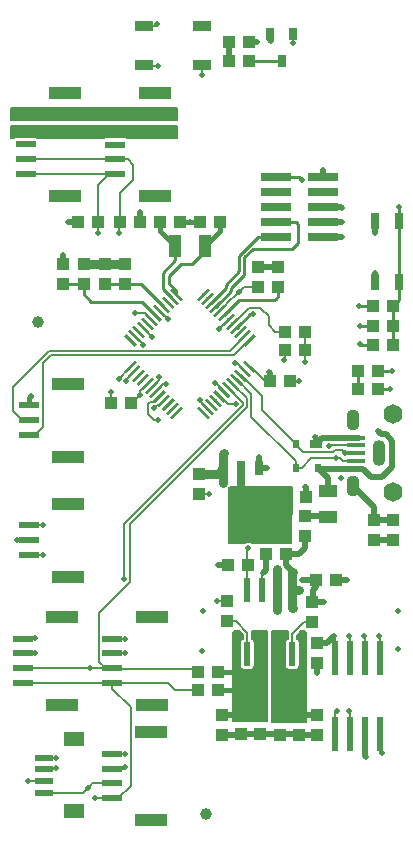
<source format=gbr>
G04 #@! TF.GenerationSoftware,KiCad,Pcbnew,(5.0.0)*
G04 #@! TF.CreationDate,2019-01-02T14:49:52-06:00*
G04 #@! TF.ProjectId,fk-sonar,666B2D736F6E61722E6B696361645F70,0.1*
G04 #@! TF.SameCoordinates,PX791ddc0PY791ddc0*
G04 #@! TF.FileFunction,Copper,L1,Top,Signal*
G04 #@! TF.FilePolarity,Positive*
%FSLAX46Y46*%
G04 Gerber Fmt 4.6, Leading zero omitted, Abs format (unit mm)*
G04 Created by KiCad (PCBNEW (5.0.0)) date 01/02/19 14:49:52*
%MOMM*%
%LPD*%
G01*
G04 APERTURE LIST*
G04 #@! TA.AperFunction,SMDPad,CuDef*
%ADD10R,0.600000X2.000000*%
G04 #@! TD*
G04 #@! TA.AperFunction,SMDPad,CuDef*
%ADD11R,1.700000X0.600000*%
G04 #@! TD*
G04 #@! TA.AperFunction,SMDPad,CuDef*
%ADD12R,2.800000X1.000000*%
G04 #@! TD*
G04 #@! TA.AperFunction,SMDPad,CuDef*
%ADD13R,2.500000X0.750000*%
G04 #@! TD*
G04 #@! TA.AperFunction,SMDPad,CuDef*
%ADD14R,0.700000X1.450000*%
G04 #@! TD*
G04 #@! TA.AperFunction,SMDPad,CuDef*
%ADD15R,1.000000X1.100000*%
G04 #@! TD*
G04 #@! TA.AperFunction,SMDPad,CuDef*
%ADD16R,1.100000X1.000000*%
G04 #@! TD*
G04 #@! TA.AperFunction,SMDPad,CuDef*
%ADD17R,1.500000X1.000000*%
G04 #@! TD*
G04 #@! TA.AperFunction,SMDPad,CuDef*
%ADD18C,0.250000*%
G04 #@! TD*
G04 #@! TA.AperFunction,Conductor*
%ADD19C,0.100000*%
G04 #@! TD*
G04 #@! TA.AperFunction,SMDPad,CuDef*
%ADD20R,1.100000X1.900000*%
G04 #@! TD*
G04 #@! TA.AperFunction,SMDPad,CuDef*
%ADD21R,0.650000X1.050000*%
G04 #@! TD*
G04 #@! TA.AperFunction,SMDPad,CuDef*
%ADD22R,1.500000X0.900000*%
G04 #@! TD*
G04 #@! TA.AperFunction,SMDPad,CuDef*
%ADD23R,0.600000X3.000000*%
G04 #@! TD*
G04 #@! TA.AperFunction,SMDPad,CuDef*
%ADD24R,1.000000X0.700000*%
G04 #@! TD*
G04 #@! TA.AperFunction,SMDPad,CuDef*
%ADD25R,0.600000X0.700000*%
G04 #@! TD*
G04 #@! TA.AperFunction,ComponentPad*
%ADD26O,1.600000X1.651000*%
G04 #@! TD*
G04 #@! TA.AperFunction,SMDPad,CuDef*
%ADD27R,1.500000X0.450000*%
G04 #@! TD*
G04 #@! TA.AperFunction,ComponentPad*
%ADD28O,1.100000X1.800000*%
G04 #@! TD*
G04 #@! TA.AperFunction,ComponentPad*
%ADD29O,1.100000X2.200000*%
G04 #@! TD*
G04 #@! TA.AperFunction,SMDPad,CuDef*
%ADD30R,1.550000X0.600000*%
G04 #@! TD*
G04 #@! TA.AperFunction,SMDPad,CuDef*
%ADD31R,1.800000X1.200000*%
G04 #@! TD*
G04 #@! TA.AperFunction,BGAPad,CuDef*
%ADD32C,1.000000*%
G04 #@! TD*
G04 #@! TA.AperFunction,SMDPad,CuDef*
%ADD33R,0.800000X1.200000*%
G04 #@! TD*
G04 #@! TA.AperFunction,SMDPad,CuDef*
%ADD34R,0.800000X2.200000*%
G04 #@! TD*
G04 #@! TA.AperFunction,SMDPad,CuDef*
%ADD35R,2.000000X2.500000*%
G04 #@! TD*
G04 #@! TA.AperFunction,ViaPad*
%ADD36C,0.500000*%
G04 #@! TD*
G04 #@! TA.AperFunction,Conductor*
%ADD37C,0.508000*%
G04 #@! TD*
G04 #@! TA.AperFunction,Conductor*
%ADD38C,0.381000*%
G04 #@! TD*
G04 #@! TA.AperFunction,Conductor*
%ADD39C,0.203200*%
G04 #@! TD*
G04 #@! TA.AperFunction,Conductor*
%ADD40C,0.762000*%
G04 #@! TD*
G04 #@! TA.AperFunction,Conductor*
%ADD41C,0.254000*%
G04 #@! TD*
G04 APERTURE END LIST*
D10*
G04 #@! TO.P,U3,8*
G04 #@! TO.N,Net-(R7-Pad1)*
X19438800Y10382400D03*
G04 #@! TO.P,U3,7*
G04 #@! TO.N,/PERIPH_3V3*
X18168800Y10382400D03*
G04 #@! TO.P,U3,6*
G04 #@! TO.N,/SENSOR_3V3*
X16898800Y10382400D03*
G04 #@! TO.P,U3,5*
G04 #@! TO.N,Net-(R9-Pad1)*
X15628800Y10382400D03*
G04 #@! TO.P,U3,4*
G04 #@! TO.N,/D7_SENSOR_EN*
X15628800Y15782400D03*
G04 #@! TO.P,U3,3*
G04 #@! TO.N,/D8_PERIPH_EN*
X16898800Y15782400D03*
G04 #@! TO.P,U3,2*
G04 #@! TO.N,3V3*
X18168800Y15782400D03*
G04 #@! TO.P,U3,1*
G04 #@! TO.N,GND*
X19438800Y15782400D03*
G04 #@! TD*
D11*
G04 #@! TO.P,J10,1*
G04 #@! TO.N,3V3*
X4427400Y56033800D03*
G04 #@! TO.P,J10,2*
G04 #@! TO.N,GND*
X4427400Y54783800D03*
G04 #@! TO.P,J10,3*
G04 #@! TO.N,Net-(J10-Pad3)*
X4427400Y53533800D03*
G04 #@! TO.P,J10,4*
G04 #@! TO.N,/SCL3*
X4427400Y52283800D03*
G04 #@! TO.P,J10,5*
G04 #@! TO.N,/SDA3*
X4427400Y51033800D03*
D12*
G04 #@! TO.P,J10,*
G04 #@! TO.N,*
X7777400Y57883800D03*
X7777400Y49183800D03*
G04 #@! TD*
D11*
G04 #@! TO.P,J9,1*
G04 #@! TO.N,3V3*
X-3136000Y56044600D03*
G04 #@! TO.P,J9,2*
G04 #@! TO.N,GND*
X-3136000Y54794600D03*
G04 #@! TO.P,J9,3*
G04 #@! TO.N,Net-(J9-Pad3)*
X-3136000Y53544600D03*
G04 #@! TO.P,J9,4*
G04 #@! TO.N,/SCL3*
X-3136000Y52294600D03*
G04 #@! TO.P,J9,5*
G04 #@! TO.N,/SDA3*
X-3136000Y51044600D03*
D12*
G04 #@! TO.P,J9,*
G04 #@! TO.N,*
X214000Y57894600D03*
X214000Y49194600D03*
G04 #@! TD*
D13*
G04 #@! TO.P,J2,1*
G04 #@! TO.N,3V3*
X22010300Y45683300D03*
G04 #@! TO.P,J2,2*
G04 #@! TO.N,/SWDIO*
X18010300Y45683300D03*
G04 #@! TO.P,J2,3*
G04 #@! TO.N,GND*
X22010300Y46953300D03*
G04 #@! TO.P,J2,4*
G04 #@! TO.N,/SWCLK*
X18010300Y46953300D03*
G04 #@! TO.P,J2,5*
G04 #@! TO.N,GND*
X22010300Y48223300D03*
G04 #@! TO.P,J2,6*
G04 #@! TO.N,Net-(J2-Pad6)*
X18010300Y48223300D03*
G04 #@! TO.P,J2,7*
G04 #@! TO.N,Net-(J2-Pad7)*
X22010300Y49493300D03*
G04 #@! TO.P,J2,8*
G04 #@! TO.N,Net-(J2-Pad8)*
X18010300Y49493300D03*
G04 #@! TO.P,J2,9*
G04 #@! TO.N,GND*
X22010300Y50763300D03*
G04 #@! TO.P,J2,10*
G04 #@! TO.N,/RST*
X18010300Y50763300D03*
G04 #@! TD*
D14*
G04 #@! TO.P,SW1,1*
G04 #@! TO.N,GND*
X26439800Y47031400D03*
X26439800Y41871400D03*
G04 #@! TO.P,SW1,2*
G04 #@! TO.N,/RST*
X28439800Y41871400D03*
X28439800Y47031400D03*
G04 #@! TD*
D15*
G04 #@! TO.P,C1,1*
G04 #@! TO.N,Net-(C1-Pad1)*
X3538400Y41709100D03*
G04 #@! TO.P,C1,2*
G04 #@! TO.N,GND*
X3538400Y43409100D03*
G04 #@! TD*
G04 #@! TO.P,C2,1*
G04 #@! TO.N,Net-(C1-Pad1)*
X5291900Y41709100D03*
G04 #@! TO.P,C2,2*
G04 #@! TO.N,GND*
X5291900Y43409100D03*
G04 #@! TD*
D16*
G04 #@! TO.P,C3,1*
G04 #@! TO.N,GND*
X9912000Y46966000D03*
G04 #@! TO.P,C3,2*
G04 #@! TO.N,Net-(C3-Pad2)*
X8212000Y46966000D03*
G04 #@! TD*
G04 #@! TO.P,C4,1*
G04 #@! TO.N,GND*
X11592000Y46966000D03*
G04 #@! TO.P,C4,2*
G04 #@! TO.N,Net-(C4-Pad2)*
X13292000Y46966000D03*
G04 #@! TD*
D15*
G04 #@! TO.P,C5,1*
G04 #@! TO.N,3V3*
X16555900Y41493200D03*
G04 #@! TO.P,C5,2*
G04 #@! TO.N,GND*
X16555900Y43193200D03*
G04 #@! TD*
G04 #@! TO.P,C6,1*
G04 #@! TO.N,Net-(C6-Pad1)*
X18206900Y41493200D03*
G04 #@! TO.P,C6,2*
G04 #@! TO.N,GND*
X18206900Y43193200D03*
G04 #@! TD*
G04 #@! TO.P,C7,1*
G04 #@! TO.N,Net-(C7-Pad1)*
X1760400Y41709100D03*
G04 #@! TO.P,C7,2*
G04 #@! TO.N,GND*
X1760400Y43409100D03*
G04 #@! TD*
D16*
G04 #@! TO.P,C8,1*
G04 #@! TO.N,3V3*
X5760000Y31662500D03*
G04 #@! TO.P,C8,2*
G04 #@! TO.N,GND*
X4060000Y31662500D03*
G04 #@! TD*
G04 #@! TO.P,C9,1*
G04 #@! TO.N,3V3*
X17522000Y33504000D03*
G04 #@! TO.P,C9,2*
G04 #@! TO.N,GND*
X19222000Y33504000D03*
G04 #@! TD*
G04 #@! TO.P,C12,1*
G04 #@! TO.N,5V0*
X18792000Y20423000D03*
G04 #@! TO.P,C12,2*
G04 #@! TO.N,GND*
X20492000Y20423000D03*
G04 #@! TD*
D15*
G04 #@! TO.P,C13,1*
G04 #@! TO.N,Net-(C13-Pad1)*
X27960500Y21717500D03*
G04 #@! TO.P,C13,2*
G04 #@! TO.N,GND*
X27960500Y20017500D03*
G04 #@! TD*
G04 #@! TO.P,C14,1*
G04 #@! TO.N,/PERIPH_3V3*
X18372000Y5271000D03*
G04 #@! TO.P,C14,2*
G04 #@! TO.N,GND*
X18372000Y3571000D03*
G04 #@! TD*
G04 #@! TO.P,C17,1*
G04 #@! TO.N,/SENSOR_3V3*
X15070000Y5310000D03*
G04 #@! TO.P,C17,2*
G04 #@! TO.N,GND*
X15070000Y3610000D03*
G04 #@! TD*
G04 #@! TO.P,C18,1*
G04 #@! TO.N,/SENSOR_3V3*
X16657500Y5310000D03*
G04 #@! TO.P,C18,2*
G04 #@! TO.N,GND*
X16657500Y3610000D03*
G04 #@! TD*
D16*
G04 #@! TO.P,C19,1*
G04 #@! TO.N,/RST*
X27921500Y36552000D03*
G04 #@! TO.P,C19,2*
G04 #@! TO.N,GND*
X26221500Y36552000D03*
G04 #@! TD*
D15*
G04 #@! TO.P,C20,1*
G04 #@! TO.N,/PERIPH_3V3*
X21483500Y11367000D03*
G04 #@! TO.P,C20,2*
G04 #@! TO.N,GND*
X21483500Y9667000D03*
G04 #@! TD*
D17*
G04 #@! TO.P,F1,1*
G04 #@! TO.N,Net-(F1-Pad1)*
X22436000Y21990000D03*
G04 #@! TO.P,F1,2*
G04 #@! TO.N,VUSB*
X22436000Y24190000D03*
G04 #@! TD*
D15*
G04 #@! TO.P,L1,1*
G04 #@! TO.N,Net-(C7-Pad1)*
X-17600Y41709100D03*
G04 #@! TO.P,L1,2*
G04 #@! TO.N,3V3*
X-17600Y43409100D03*
G04 #@! TD*
D16*
G04 #@! TO.P,L2,1*
G04 #@! TO.N,5V0*
X18792000Y22074000D03*
G04 #@! TO.P,L2,2*
G04 #@! TO.N,Net-(F1-Pad1)*
X20492000Y22074000D03*
G04 #@! TD*
G04 #@! TO.P,R2,1*
G04 #@! TO.N,3V3*
X26234200Y38152200D03*
G04 #@! TO.P,R2,2*
G04 #@! TO.N,/RST*
X27934200Y38152200D03*
G04 #@! TD*
G04 #@! TO.P,R3,1*
G04 #@! TO.N,/RESET*
X26234200Y39854000D03*
G04 #@! TO.P,R3,2*
G04 #@! TO.N,/RST*
X27934200Y39854000D03*
G04 #@! TD*
G04 #@! TO.P,R8,1*
G04 #@! TO.N,/D8_PERIPH_EN*
X17204500Y18835500D03*
G04 #@! TO.P,R8,2*
G04 #@! TO.N,GND*
X18904500Y18835500D03*
G04 #@! TD*
D15*
G04 #@! TO.P,R9,1*
G04 #@! TO.N,Net-(R9-Pad1)*
X13927000Y13159500D03*
G04 #@! TO.P,R9,2*
G04 #@! TO.N,3V3*
X13927000Y14859500D03*
G04 #@! TD*
D16*
G04 #@! TO.P,R10,1*
G04 #@! TO.N,/D7_SENSOR_EN*
X15641500Y17946500D03*
G04 #@! TO.P,R10,2*
G04 #@! TO.N,GND*
X13941500Y17946500D03*
G04 #@! TD*
D15*
G04 #@! TO.P,R11,1*
G04 #@! TO.N,/PERIPH_3V3*
X21547000Y5271000D03*
G04 #@! TO.P,R11,2*
G04 #@! TO.N,GND*
X21547000Y3571000D03*
G04 #@! TD*
G04 #@! TO.P,R12,1*
G04 #@! TO.N,/SENSOR_3V3*
X13482500Y5271000D03*
G04 #@! TO.P,R12,2*
G04 #@! TO.N,GND*
X13482500Y3571000D03*
G04 #@! TD*
D16*
G04 #@! TO.P,R13,1*
G04 #@! TO.N,/SDA3*
X2966000Y46966000D03*
G04 #@! TO.P,R13,2*
G04 #@! TO.N,3V3*
X1266000Y46966000D03*
G04 #@! TD*
G04 #@! TO.P,R14,1*
G04 #@! TO.N,/SCL3*
X4822000Y46966000D03*
G04 #@! TO.P,R14,2*
G04 #@! TO.N,3V3*
X6522000Y46966000D03*
G04 #@! TD*
G04 #@! TO.P,R15,1*
G04 #@! TO.N,/SDA1*
X11426000Y7342000D03*
G04 #@! TO.P,R15,2*
G04 #@! TO.N,/SENSOR_3V3*
X13126000Y7342000D03*
G04 #@! TD*
D18*
G04 #@! TO.P,U1,1*
G04 #@! TO.N,Net-(C4-Pad2)*
X9614029Y40868058D03*
D19*
G04 #@! TD*
G04 #@! TO.N,Net-(C4-Pad2)*
G04 #@! TO.C,U1*
G36*
X9066021Y41239289D02*
X9242798Y41416066D01*
X10162037Y40496827D01*
X9985260Y40320050D01*
X9066021Y41239289D01*
X9066021Y41239289D01*
G37*
D18*
G04 #@! TO.P,U1,2*
G04 #@! TO.N,Net-(C3-Pad2)*
X9260476Y40514505D03*
D19*
G04 #@! TD*
G04 #@! TO.N,Net-(C3-Pad2)*
G04 #@! TO.C,U1*
G36*
X8712468Y40885736D02*
X8889245Y41062513D01*
X9808484Y40143274D01*
X9631707Y39966497D01*
X8712468Y40885736D01*
X8712468Y40885736D01*
G37*
D18*
G04 #@! TO.P,U1,3*
G04 #@! TO.N,/A0*
X8906922Y40160951D03*
D19*
G04 #@! TD*
G04 #@! TO.N,/A0*
G04 #@! TO.C,U1*
G36*
X8358914Y40532182D02*
X8535691Y40708959D01*
X9454930Y39789720D01*
X9278153Y39612943D01*
X8358914Y40532182D01*
X8358914Y40532182D01*
G37*
D18*
G04 #@! TO.P,U1,4*
G04 #@! TO.N,Net-(C1-Pad1)*
X8553369Y39807398D03*
D19*
G04 #@! TD*
G04 #@! TO.N,Net-(C1-Pad1)*
G04 #@! TO.C,U1*
G36*
X8005361Y40178629D02*
X8182138Y40355406D01*
X9101377Y39436167D01*
X8924600Y39259390D01*
X8005361Y40178629D01*
X8005361Y40178629D01*
G37*
D18*
G04 #@! TO.P,U1,5*
G04 #@! TO.N,GND*
X8199816Y39453845D03*
D19*
G04 #@! TD*
G04 #@! TO.N,GND*
G04 #@! TO.C,U1*
G36*
X7651808Y39825076D02*
X7828585Y40001853D01*
X8747824Y39082614D01*
X8571047Y38905837D01*
X7651808Y39825076D01*
X7651808Y39825076D01*
G37*
D18*
G04 #@! TO.P,U1,6*
G04 #@! TO.N,Net-(C7-Pad1)*
X7846262Y39100291D03*
D19*
G04 #@! TD*
G04 #@! TO.N,Net-(C7-Pad1)*
G04 #@! TO.C,U1*
G36*
X7298254Y39471522D02*
X7475031Y39648299D01*
X8394270Y38729060D01*
X8217493Y38552283D01*
X7298254Y39471522D01*
X7298254Y39471522D01*
G37*
D18*
G04 #@! TO.P,U1,7*
G04 #@! TO.N,/A1*
X7492709Y38746738D03*
D19*
G04 #@! TD*
G04 #@! TO.N,/A1*
G04 #@! TO.C,U1*
G36*
X6944701Y39117969D02*
X7121478Y39294746D01*
X8040717Y38375507D01*
X7863940Y38198730D01*
X6944701Y39117969D01*
X6944701Y39117969D01*
G37*
D18*
G04 #@! TO.P,U1,8*
G04 #@! TO.N,/A2*
X7139155Y38393184D03*
D19*
G04 #@! TD*
G04 #@! TO.N,/A2*
G04 #@! TO.C,U1*
G36*
X6591147Y38764415D02*
X6767924Y38941192D01*
X7687163Y38021953D01*
X7510386Y37845176D01*
X6591147Y38764415D01*
X6591147Y38764415D01*
G37*
D18*
G04 #@! TO.P,U1,9*
G04 #@! TO.N,/A3*
X6785602Y38039631D03*
D19*
G04 #@! TD*
G04 #@! TO.N,/A3*
G04 #@! TO.C,U1*
G36*
X6237594Y38410862D02*
X6414371Y38587639D01*
X7333610Y37668400D01*
X7156833Y37491623D01*
X6237594Y38410862D01*
X6237594Y38410862D01*
G37*
D18*
G04 #@! TO.P,U1,10*
G04 #@! TO.N,/A4*
X6432049Y37686078D03*
D19*
G04 #@! TD*
G04 #@! TO.N,/A4*
G04 #@! TO.C,U1*
G36*
X5884041Y38057309D02*
X6060818Y38234086D01*
X6980057Y37314847D01*
X6803280Y37138070D01*
X5884041Y38057309D01*
X5884041Y38057309D01*
G37*
D18*
G04 #@! TO.P,U1,11*
G04 #@! TO.N,/D8_PERIPH_EN*
X6078495Y37332524D03*
D19*
G04 #@! TD*
G04 #@! TO.N,/D8_PERIPH_EN*
G04 #@! TO.C,U1*
G36*
X5530487Y37703755D02*
X5707264Y37880532D01*
X6626503Y36961293D01*
X6449726Y36784516D01*
X5530487Y37703755D01*
X5530487Y37703755D01*
G37*
D18*
G04 #@! TO.P,U1,12*
G04 #@! TO.N,/D9*
X5724942Y36978971D03*
D19*
G04 #@! TD*
G04 #@! TO.N,/D9*
G04 #@! TO.C,U1*
G36*
X5176934Y37350202D02*
X5353711Y37526979D01*
X6272950Y36607740D01*
X6096173Y36430963D01*
X5176934Y37350202D01*
X5176934Y37350202D01*
G37*
D18*
G04 #@! TO.P,U1,13*
G04 #@! TO.N,/SDA3*
X5724942Y34716229D03*
D19*
G04 #@! TD*
G04 #@! TO.N,/SDA3*
G04 #@! TO.C,U1*
G36*
X5353711Y34168221D02*
X5176934Y34344998D01*
X6096173Y35264237D01*
X6272950Y35087460D01*
X5353711Y34168221D01*
X5353711Y34168221D01*
G37*
D18*
G04 #@! TO.P,U1,14*
G04 #@! TO.N,/SCL3*
X6078495Y34362676D03*
D19*
G04 #@! TD*
G04 #@! TO.N,/SCL3*
G04 #@! TO.C,U1*
G36*
X5707264Y33814668D02*
X5530487Y33991445D01*
X6449726Y34910684D01*
X6626503Y34733907D01*
X5707264Y33814668D01*
X5707264Y33814668D01*
G37*
D18*
G04 #@! TO.P,U1,15*
G04 #@! TO.N,/D1*
X6432049Y34009122D03*
D19*
G04 #@! TD*
G04 #@! TO.N,/D1*
G04 #@! TO.C,U1*
G36*
X6060818Y33461114D02*
X5884041Y33637891D01*
X6803280Y34557130D01*
X6980057Y34380353D01*
X6060818Y33461114D01*
X6060818Y33461114D01*
G37*
D18*
G04 #@! TO.P,U1,16*
G04 #@! TO.N,/D0*
X6785602Y33655569D03*
D19*
G04 #@! TD*
G04 #@! TO.N,/D0*
G04 #@! TO.C,U1*
G36*
X6414371Y33107561D02*
X6237594Y33284338D01*
X7156833Y34203577D01*
X7333610Y34026800D01*
X6414371Y33107561D01*
X6414371Y33107561D01*
G37*
D18*
G04 #@! TO.P,U1,17*
G04 #@! TO.N,3V3*
X7139155Y33302016D03*
D19*
G04 #@! TD*
G04 #@! TO.N,3V3*
G04 #@! TO.C,U1*
G36*
X6767924Y32754008D02*
X6591147Y32930785D01*
X7510386Y33850024D01*
X7687163Y33673247D01*
X6767924Y32754008D01*
X6767924Y32754008D01*
G37*
D18*
G04 #@! TO.P,U1,18*
G04 #@! TO.N,GND*
X7492709Y32948462D03*
D19*
G04 #@! TD*
G04 #@! TO.N,GND*
G04 #@! TO.C,U1*
G36*
X7121478Y32400454D02*
X6944701Y32577231D01*
X7863940Y33496470D01*
X8040717Y33319693D01*
X7121478Y32400454D01*
X7121478Y32400454D01*
G37*
D18*
G04 #@! TO.P,U1,19*
G04 #@! TO.N,/MOSI*
X7846262Y32594909D03*
D19*
G04 #@! TD*
G04 #@! TO.N,/MOSI*
G04 #@! TO.C,U1*
G36*
X7475031Y32046901D02*
X7298254Y32223678D01*
X8217493Y33142917D01*
X8394270Y32966140D01*
X7475031Y32046901D01*
X7475031Y32046901D01*
G37*
D18*
G04 #@! TO.P,U1,20*
G04 #@! TO.N,/SCK*
X8199816Y32241355D03*
D19*
G04 #@! TD*
G04 #@! TO.N,/SCK*
G04 #@! TO.C,U1*
G36*
X7828585Y31693347D02*
X7651808Y31870124D01*
X8571047Y32789363D01*
X8747824Y32612586D01*
X7828585Y31693347D01*
X7828585Y31693347D01*
G37*
D18*
G04 #@! TO.P,U1,21*
G04 #@! TO.N,/MISO*
X8553369Y31887802D03*
D19*
G04 #@! TD*
G04 #@! TO.N,/MISO*
G04 #@! TO.C,U1*
G36*
X8182138Y31339794D02*
X8005361Y31516571D01*
X8924600Y32435810D01*
X9101377Y32259033D01*
X8182138Y31339794D01*
X8182138Y31339794D01*
G37*
D18*
G04 #@! TO.P,U1,22*
G04 #@! TO.N,/D38_RADIO_D0*
X8906922Y31534249D03*
D19*
G04 #@! TD*
G04 #@! TO.N,/D38_RADIO_D0*
G04 #@! TO.C,U1*
G36*
X8535691Y30986241D02*
X8358914Y31163018D01*
X9278153Y32082257D01*
X9454930Y31905480D01*
X8535691Y30986241D01*
X8535691Y30986241D01*
G37*
D18*
G04 #@! TO.P,U1,23*
G04 #@! TO.N,/D2_RADIO_CS*
X9260476Y31180695D03*
D19*
G04 #@! TD*
G04 #@! TO.N,/D2_RADIO_CS*
G04 #@! TO.C,U1*
G36*
X8889245Y30632687D02*
X8712468Y30809464D01*
X9631707Y31728703D01*
X9808484Y31551926D01*
X8889245Y30632687D01*
X8889245Y30632687D01*
G37*
D18*
G04 #@! TO.P,U1,24*
G04 #@! TO.N,/D5*
X9614029Y30827142D03*
D19*
G04 #@! TD*
G04 #@! TO.N,/D5*
G04 #@! TO.C,U1*
G36*
X9242798Y30279134D02*
X9066021Y30455911D01*
X9985260Y31375150D01*
X10162037Y31198373D01*
X9242798Y30279134D01*
X9242798Y30279134D01*
G37*
D18*
G04 #@! TO.P,U1,25*
G04 #@! TO.N,/D11*
X11876771Y30827142D03*
D19*
G04 #@! TD*
G04 #@! TO.N,/D11*
G04 #@! TO.C,U1*
G36*
X11328763Y31198373D02*
X11505540Y31375150D01*
X12424779Y30455911D01*
X12248002Y30279134D01*
X11328763Y31198373D01*
X11328763Y31198373D01*
G37*
D18*
G04 #@! TO.P,U1,26*
G04 #@! TO.N,/D13*
X12230324Y31180695D03*
D19*
G04 #@! TD*
G04 #@! TO.N,/D13*
G04 #@! TO.C,U1*
G36*
X11682316Y31551926D02*
X11859093Y31728703D01*
X12778332Y30809464D01*
X12601555Y30632687D01*
X11682316Y31551926D01*
X11682316Y31551926D01*
G37*
D18*
G04 #@! TO.P,U1,27*
G04 #@! TO.N,/D10*
X12583878Y31534249D03*
D19*
G04 #@! TD*
G04 #@! TO.N,/D10*
G04 #@! TO.C,U1*
G36*
X12035870Y31905480D02*
X12212647Y32082257D01*
X13131886Y31163018D01*
X12955109Y30986241D01*
X12035870Y31905480D01*
X12035870Y31905480D01*
G37*
D18*
G04 #@! TO.P,U1,28*
G04 #@! TO.N,/D12*
X12937431Y31887802D03*
D19*
G04 #@! TD*
G04 #@! TO.N,/D12*
G04 #@! TO.C,U1*
G36*
X12389423Y32259033D02*
X12566200Y32435810D01*
X13485439Y31516571D01*
X13308662Y31339794D01*
X12389423Y32259033D01*
X12389423Y32259033D01*
G37*
D18*
G04 #@! TO.P,U1,29*
G04 #@! TO.N,/D6_FLASH_CS*
X13290984Y32241355D03*
D19*
G04 #@! TD*
G04 #@! TO.N,/D6_FLASH_CS*
G04 #@! TO.C,U1*
G36*
X12742976Y32612586D02*
X12919753Y32789363D01*
X13838992Y31870124D01*
X13662215Y31693347D01*
X12742976Y32612586D01*
X12742976Y32612586D01*
G37*
D18*
G04 #@! TO.P,U1,30*
G04 #@! TO.N,/D7_SENSOR_EN*
X13644538Y32594909D03*
D19*
G04 #@! TD*
G04 #@! TO.N,/D7_SENSOR_EN*
G04 #@! TO.C,U1*
G36*
X13096530Y32966140D02*
X13273307Y33142917D01*
X14192546Y32223678D01*
X14015769Y32046901D01*
X13096530Y32966140D01*
X13096530Y32966140D01*
G37*
D18*
G04 #@! TO.P,U1,31*
G04 #@! TO.N,/SDA1*
X13998091Y32948462D03*
D19*
G04 #@! TD*
G04 #@! TO.N,/SDA1*
G04 #@! TO.C,U1*
G36*
X13450083Y33319693D02*
X13626860Y33496470D01*
X14546099Y32577231D01*
X14369322Y32400454D01*
X13450083Y33319693D01*
X13450083Y33319693D01*
G37*
D18*
G04 #@! TO.P,U1,32*
G04 #@! TO.N,/SCL1*
X14351645Y33302016D03*
D19*
G04 #@! TD*
G04 #@! TO.N,/SCL1*
G04 #@! TO.C,U1*
G36*
X13803637Y33673247D02*
X13980414Y33850024D01*
X14899653Y32930785D01*
X14722876Y32754008D01*
X13803637Y33673247D01*
X13803637Y33673247D01*
G37*
D18*
G04 #@! TO.P,U1,33*
G04 #@! TO.N,/USB-*
X14705198Y33655569D03*
D19*
G04 #@! TD*
G04 #@! TO.N,/USB-*
G04 #@! TO.C,U1*
G36*
X14157190Y34026800D02*
X14333967Y34203577D01*
X15253206Y33284338D01*
X15076429Y33107561D01*
X14157190Y34026800D01*
X14157190Y34026800D01*
G37*
D18*
G04 #@! TO.P,U1,34*
G04 #@! TO.N,/USB+*
X15058751Y34009122D03*
D19*
G04 #@! TD*
G04 #@! TO.N,/USB+*
G04 #@! TO.C,U1*
G36*
X14510743Y34380353D02*
X14687520Y34557130D01*
X15606759Y33637891D01*
X15429982Y33461114D01*
X14510743Y34380353D01*
X14510743Y34380353D01*
G37*
D18*
G04 #@! TO.P,U1,35*
G04 #@! TO.N,GND*
X15412305Y34362676D03*
D19*
G04 #@! TD*
G04 #@! TO.N,GND*
G04 #@! TO.C,U1*
G36*
X14864297Y34733907D02*
X15041074Y34910684D01*
X15960313Y33991445D01*
X15783536Y33814668D01*
X14864297Y34733907D01*
X14864297Y34733907D01*
G37*
D18*
G04 #@! TO.P,U1,36*
G04 #@! TO.N,3V3*
X15765858Y34716229D03*
D19*
G04 #@! TD*
G04 #@! TO.N,3V3*
G04 #@! TO.C,U1*
G36*
X15217850Y35087460D02*
X15394627Y35264237D01*
X16313866Y34344998D01*
X16137089Y34168221D01*
X15217850Y35087460D01*
X15217850Y35087460D01*
G37*
D18*
G04 #@! TO.P,U1,37*
G04 #@! TO.N,/D30*
X15765858Y36978971D03*
D19*
G04 #@! TD*
G04 #@! TO.N,/D30*
G04 #@! TO.C,U1*
G36*
X15394627Y36430963D02*
X15217850Y36607740D01*
X16137089Y37526979D01*
X16313866Y37350202D01*
X15394627Y36430963D01*
X15394627Y36430963D01*
G37*
D18*
G04 #@! TO.P,U1,38*
G04 #@! TO.N,/D31*
X15412305Y37332524D03*
D19*
G04 #@! TD*
G04 #@! TO.N,/D31*
G04 #@! TO.C,U1*
G36*
X15041074Y36784516D02*
X14864297Y36961293D01*
X15783536Y37880532D01*
X15960313Y37703755D01*
X15041074Y36784516D01*
X15041074Y36784516D01*
G37*
D18*
G04 #@! TO.P,U1,39*
G04 #@! TO.N,/TX_LED*
X15058751Y37686078D03*
D19*
G04 #@! TD*
G04 #@! TO.N,/TX_LED*
G04 #@! TO.C,U1*
G36*
X14687520Y37138070D02*
X14510743Y37314847D01*
X15429982Y38234086D01*
X15606759Y38057309D01*
X14687520Y37138070D01*
X14687520Y37138070D01*
G37*
D18*
G04 #@! TO.P,U1,40*
G04 #@! TO.N,/RESET*
X14705198Y38039631D03*
D19*
G04 #@! TD*
G04 #@! TO.N,/RESET*
G04 #@! TO.C,U1*
G36*
X14333967Y37491623D02*
X14157190Y37668400D01*
X15076429Y38587639D01*
X15253206Y38410862D01*
X14333967Y37491623D01*
X14333967Y37491623D01*
G37*
D18*
G04 #@! TO.P,U1,41*
G04 #@! TO.N,/USB_ID*
X14351645Y38393184D03*
D19*
G04 #@! TD*
G04 #@! TO.N,/USB_ID*
G04 #@! TO.C,U1*
G36*
X13980414Y37845176D02*
X13803637Y38021953D01*
X14722876Y38941192D01*
X14899653Y38764415D01*
X13980414Y37845176D01*
X13980414Y37845176D01*
G37*
D18*
G04 #@! TO.P,U1,42*
G04 #@! TO.N,GND*
X13998091Y38746738D03*
D19*
G04 #@! TD*
G04 #@! TO.N,GND*
G04 #@! TO.C,U1*
G36*
X13626860Y38198730D02*
X13450083Y38375507D01*
X14369322Y39294746D01*
X14546099Y39117969D01*
X13626860Y38198730D01*
X13626860Y38198730D01*
G37*
D18*
G04 #@! TO.P,U1,43*
G04 #@! TO.N,Net-(C6-Pad1)*
X13644538Y39100291D03*
D19*
G04 #@! TD*
G04 #@! TO.N,Net-(C6-Pad1)*
G04 #@! TO.C,U1*
G36*
X13273307Y38552283D02*
X13096530Y38729060D01*
X14015769Y39648299D01*
X14192546Y39471522D01*
X13273307Y38552283D01*
X13273307Y38552283D01*
G37*
D18*
G04 #@! TO.P,U1,44*
G04 #@! TO.N,3V3*
X13290984Y39453845D03*
D19*
G04 #@! TD*
G04 #@! TO.N,3V3*
G04 #@! TO.C,U1*
G36*
X12919753Y38905837D02*
X12742976Y39082614D01*
X13662215Y40001853D01*
X13838992Y39825076D01*
X12919753Y38905837D01*
X12919753Y38905837D01*
G37*
D18*
G04 #@! TO.P,U1,45*
G04 #@! TO.N,/SWCLK*
X12937431Y39807398D03*
D19*
G04 #@! TD*
G04 #@! TO.N,/SWCLK*
G04 #@! TO.C,U1*
G36*
X12566200Y39259390D02*
X12389423Y39436167D01*
X13308662Y40355406D01*
X13485439Y40178629D01*
X12566200Y39259390D01*
X12566200Y39259390D01*
G37*
D18*
G04 #@! TO.P,U1,46*
G04 #@! TO.N,/SWDIO*
X12583878Y40160951D03*
D19*
G04 #@! TD*
G04 #@! TO.N,/SWDIO*
G04 #@! TO.C,U1*
G36*
X12212647Y39612943D02*
X12035870Y39789720D01*
X12955109Y40708959D01*
X13131886Y40532182D01*
X12212647Y39612943D01*
X12212647Y39612943D01*
G37*
D18*
G04 #@! TO.P,U1,47*
G04 #@! TO.N,/A5*
X12230324Y40514505D03*
D19*
G04 #@! TD*
G04 #@! TO.N,/A5*
G04 #@! TO.C,U1*
G36*
X11859093Y39966497D02*
X11682316Y40143274D01*
X12601555Y41062513D01*
X12778332Y40885736D01*
X11859093Y39966497D01*
X11859093Y39966497D01*
G37*
D18*
G04 #@! TO.P,U1,48*
G04 #@! TO.N,/RX_LED*
X11876771Y40868058D03*
D19*
G04 #@! TD*
G04 #@! TO.N,/RX_LED*
G04 #@! TO.C,U1*
G36*
X11505540Y40320050D02*
X11328763Y40496827D01*
X12248002Y41416066D01*
X12424779Y41239289D01*
X11505540Y40320050D01*
X11505540Y40320050D01*
G37*
D20*
G04 #@! TO.P,Y1,1*
G04 #@! TO.N,Net-(C3-Pad2)*
X9522002Y44934000D03*
G04 #@! TO.P,Y1,2*
G04 #@! TO.N,Net-(C4-Pad2)*
X12022000Y44934000D03*
G04 #@! TD*
D21*
G04 #@! TO.P,Q1,1*
G04 #@! TO.N,/D13*
X19474400Y62924200D03*
G04 #@! TO.P,Q1,2*
G04 #@! TO.N,GND*
X17574400Y62924200D03*
G04 #@! TO.P,Q1,3*
G04 #@! TO.N,Net-(Q1-Pad3)*
X18524400Y60624200D03*
G04 #@! TD*
D16*
G04 #@! TO.P,R1,1*
G04 #@! TO.N,Net-(D1-Pad1)*
X14067600Y60580400D03*
G04 #@! TO.P,R1,2*
G04 #@! TO.N,Net-(Q1-Pad3)*
X15767600Y60580400D03*
G04 #@! TD*
D22*
G04 #@! TO.P,U7,3*
G04 #@! TO.N,3V3*
X11754200Y60302000D03*
G04 #@! TO.P,U7,4*
G04 #@! TO.N,Net-(U7-Pad4)*
X11754200Y63602000D03*
G04 #@! TO.P,U7,1*
G04 #@! TO.N,GND*
X6854200Y63602000D03*
G04 #@! TO.P,U7,2*
G04 #@! TO.N,/A3*
X6854200Y60302000D03*
G04 #@! TD*
D11*
G04 #@! TO.P,J1,1*
G04 #@! TO.N,GND*
X-2882000Y21292000D03*
G04 #@! TO.P,J1,2*
G04 #@! TO.N,/A1*
X-2882000Y20042000D03*
G04 #@! TO.P,J1,3*
G04 #@! TO.N,3V3*
X-2882000Y18792000D03*
D12*
G04 #@! TO.P,J1,*
G04 #@! TO.N,*
X468000Y23142000D03*
X468000Y16942000D03*
G04 #@! TD*
G04 #@! TO.P,J8,*
G04 #@! TO.N,*
X468000Y27102000D03*
X468000Y33302000D03*
D11*
G04 #@! TO.P,J8,3*
G04 #@! TO.N,/D30*
X-2882000Y28952000D03*
G04 #@! TO.P,J8,2*
G04 #@! TO.N,/D31*
X-2882000Y30202000D03*
G04 #@! TO.P,J8,1*
G04 #@! TO.N,GND*
X-2882000Y31452000D03*
G04 #@! TD*
D15*
G04 #@! TO.P,R4,1*
G04 #@! TO.N,Net-(C13-Pad1)*
X26373000Y21781000D03*
G04 #@! TO.P,R4,2*
G04 #@! TO.N,GND*
X26373000Y20081000D03*
G04 #@! TD*
D23*
G04 #@! TO.P,U4,8*
G04 #@! TO.N,/PERIPH_3V3*
X23071000Y10034000D03*
G04 #@! TO.P,U4,7*
X24341000Y10034000D03*
G04 #@! TO.P,U4,6*
G04 #@! TO.N,/SCK*
X25611000Y10034000D03*
G04 #@! TO.P,U4,5*
G04 #@! TO.N,/MOSI*
X26881000Y10034000D03*
G04 #@! TO.P,U4,4*
G04 #@! TO.N,GND*
X26881000Y3634000D03*
G04 #@! TO.P,U4,3*
G04 #@! TO.N,/PERIPH_3V3*
X25611000Y3634000D03*
G04 #@! TO.P,U4,2*
G04 #@! TO.N,/MISO*
X24341000Y3634000D03*
G04 #@! TO.P,U4,1*
G04 #@! TO.N,/D6_FLASH_CS*
X23071000Y3634000D03*
G04 #@! TD*
D16*
G04 #@! TO.P,R5,2*
G04 #@! TO.N,/USB_ID*
X18792000Y37695000D03*
G04 #@! TO.P,R5,1*
G04 #@! TO.N,Net-(J3-Pad4)*
X20492000Y37695000D03*
G04 #@! TD*
G04 #@! TO.P,R6,1*
G04 #@! TO.N,3V3*
X18792000Y36107500D03*
G04 #@! TO.P,R6,2*
G04 #@! TO.N,Net-(J3-Pad4)*
X20492000Y36107500D03*
G04 #@! TD*
G04 #@! TO.P,C10,2*
G04 #@! TO.N,GND*
X20555500Y23661500D03*
G04 #@! TO.P,C10,1*
G04 #@! TO.N,5V0*
X18855500Y23661500D03*
G04 #@! TD*
D15*
G04 #@! TO.P,C11,1*
G04 #@! TO.N,3V3*
X11514000Y25654500D03*
G04 #@! TO.P,C11,2*
G04 #@! TO.N,GND*
X11514000Y23954500D03*
G04 #@! TD*
D16*
G04 #@! TO.P,C15,1*
G04 #@! TO.N,3V3*
X21395500Y16676500D03*
G04 #@! TO.P,C15,2*
G04 #@! TO.N,GND*
X23095500Y16676500D03*
G04 #@! TD*
D15*
G04 #@! TO.P,C16,2*
G04 #@! TO.N,GND*
X19959500Y3571000D03*
G04 #@! TO.P,C16,1*
G04 #@! TO.N,/PERIPH_3V3*
X19959500Y5271000D03*
G04 #@! TD*
D16*
G04 #@! TO.P,D1,2*
G04 #@! TO.N,3V3*
X15793000Y62206000D03*
G04 #@! TO.P,D1,1*
G04 #@! TO.N,Net-(D1-Pad1)*
X14093000Y62206000D03*
G04 #@! TD*
D24*
G04 #@! TO.P,D2,1*
G04 #@! TO.N,GND*
X21408000Y28170000D03*
D25*
G04 #@! TO.P,D2,2*
G04 #@! TO.N,/USB+*
X19708000Y28170000D03*
G04 #@! TO.P,D2,3*
G04 #@! TO.N,/USB-*
X19708000Y26170000D03*
G04 #@! TO.P,D2,4*
G04 #@! TO.N,VUSB*
X21608000Y26170000D03*
G04 #@! TD*
D16*
G04 #@! TO.P,D3,1*
G04 #@! TO.N,Net-(D3-Pad1)*
X24976000Y34393000D03*
G04 #@! TO.P,D3,2*
G04 #@! TO.N,3V3*
X26676000Y34393000D03*
G04 #@! TD*
D26*
G04 #@! TO.P,J3,*
G04 #@! TO.N,*
X27964500Y24108000D03*
X27964500Y30708000D03*
G04 #@! TD*
D27*
G04 #@! TO.P,J4,1*
G04 #@! TO.N,VUSB*
X24854000Y26108000D03*
D28*
G04 #@! TO.P,J4,6*
G04 #@! TO.N,Net-(C13-Pad1)*
X24604000Y24608000D03*
G04 #@! TO.P,J4,7*
G04 #@! TO.N,Net-(J4-Pad7)*
X24604000Y30208000D03*
D27*
G04 #@! TO.P,J4,3*
G04 #@! TO.N,/USB+*
X24854000Y27408000D03*
G04 #@! TO.P,J4,2*
G04 #@! TO.N,/USB-*
X24854000Y26758000D03*
G04 #@! TO.P,J4,4*
G04 #@! TO.N,Net-(J3-Pad4)*
X24854000Y28058000D03*
G04 #@! TO.P,J4,5*
G04 #@! TO.N,GND*
X24854000Y28708000D03*
D29*
G04 #@! TO.P,J4,8*
G04 #@! TO.N,Net-(J4-Pad8)*
X26754000Y27408000D03*
G04 #@! TD*
D11*
G04 #@! TO.P,J6,1*
G04 #@! TO.N,/SENSOR_3V3*
X4153800Y1952600D03*
G04 #@! TO.P,J6,2*
G04 #@! TO.N,GND*
X4153800Y702600D03*
G04 #@! TO.P,J6,3*
G04 #@! TO.N,/SCL1*
X4153800Y-547400D03*
G04 #@! TO.P,J6,4*
G04 #@! TO.N,/SDA1*
X4153800Y-1797400D03*
D12*
G04 #@! TO.P,J6,*
G04 #@! TO.N,*
X7503800Y3802600D03*
X7503800Y-3647400D03*
G04 #@! TD*
D30*
G04 #@! TO.P,J11,1*
G04 #@! TO.N,GND*
X-1596600Y1628400D03*
G04 #@! TO.P,J11,2*
G04 #@! TO.N,/SENSOR_3V3*
X-1596600Y628400D03*
G04 #@! TO.P,J11,3*
G04 #@! TO.N,/SDA1*
X-1596600Y-371600D03*
G04 #@! TO.P,J11,4*
G04 #@! TO.N,/SCL1*
X-1596600Y-1371600D03*
D31*
G04 #@! TO.P,J11,*
G04 #@! TO.N,*
X928400Y-2921600D03*
X928400Y3178400D03*
G04 #@! TD*
D12*
G04 #@! TO.P,J12,*
G04 #@! TO.N,*
X-65400Y6106200D03*
X-65400Y13556200D03*
D11*
G04 #@! TO.P,J12,4*
G04 #@! TO.N,/SDA1*
X-3415400Y7956200D03*
G04 #@! TO.P,J12,3*
G04 #@! TO.N,/SCL1*
X-3415400Y9206200D03*
G04 #@! TO.P,J12,2*
G04 #@! TO.N,GND*
X-3415400Y10456200D03*
G04 #@! TO.P,J12,1*
G04 #@! TO.N,/SENSOR_3V3*
X-3415400Y11706200D03*
G04 #@! TD*
G04 #@! TO.P,J13,1*
G04 #@! TO.N,/SENSOR_3V3*
X4179200Y11706200D03*
G04 #@! TO.P,J13,2*
G04 #@! TO.N,GND*
X4179200Y10456200D03*
G04 #@! TO.P,J13,3*
G04 #@! TO.N,/SCL1*
X4179200Y9206200D03*
G04 #@! TO.P,J13,4*
G04 #@! TO.N,/SDA1*
X4179200Y7956200D03*
D12*
G04 #@! TO.P,J13,*
G04 #@! TO.N,*
X7529200Y13556200D03*
X7529200Y6106200D03*
G04 #@! TD*
D32*
G04 #@! TO.P,M2,~*
G04 #@! TO.N,Net-(M2-Pad~)*
X12149000Y-3135500D03*
G04 #@! TD*
G04 #@! TO.P,M5,~*
G04 #@! TO.N,Net-(M5-Pad~)*
X-2075000Y38520500D03*
G04 #@! TD*
D15*
G04 #@! TO.P,R7,2*
G04 #@! TO.N,3V3*
X21102500Y14796000D03*
G04 #@! TO.P,R7,1*
G04 #@! TO.N,Net-(R7-Pad1)*
X21102500Y13096000D03*
G04 #@! TD*
D16*
G04 #@! TO.P,R16,1*
G04 #@! TO.N,/SCL1*
X11426000Y8866000D03*
G04 #@! TO.P,R16,2*
G04 #@! TO.N,/SENSOR_3V3*
X13126000Y8866000D03*
G04 #@! TD*
G04 #@! TO.P,R17,1*
G04 #@! TO.N,Net-(D3-Pad1)*
X25015000Y32805500D03*
G04 #@! TO.P,R17,2*
G04 #@! TO.N,GND*
X26715000Y32805500D03*
G04 #@! TD*
D33*
G04 #@! TO.P,U2,1*
G04 #@! TO.N,GND*
X16570000Y26110000D03*
D34*
G04 #@! TO.P,U2,2*
G04 #@! TO.N,5V0*
X15070000Y25610000D03*
D33*
G04 #@! TO.P,U2,3*
G04 #@! TO.N,3V3*
X13570000Y26110000D03*
D35*
G04 #@! TO.P,U2,2*
G04 #@! TO.N,5V0*
X15070000Y23260000D03*
G04 #@! TD*
D36*
G04 #@! TO.N,GND*
X8974000Y54713000D03*
X7958000Y54713000D03*
X6942000Y54713000D03*
X5926000Y54713000D03*
X2624000Y54713000D03*
X1608000Y54713000D03*
X592000Y54713000D03*
X-424000Y54713000D03*
X-1440000Y54713000D03*
X17610000Y62333000D03*
X10752000Y46966000D03*
X7958000Y63730000D03*
X-1694000Y21312000D03*
X-2710000Y32234000D03*
X14562000Y35028000D03*
X27008000Y2008000D03*
X19451500Y17375000D03*
X19451500Y14263500D03*
X20023000Y15787500D03*
X17483000Y3610000D03*
X15895500Y3610000D03*
X19134000Y3595500D03*
X21483500Y8802500D03*
X25166500Y36615500D03*
X27706500Y32805500D03*
X20023000Y33504000D03*
X2624000Y43409100D03*
X4338500Y43409100D03*
X4084500Y32551500D03*
X8148500Y33821500D03*
X5227500Y801500D03*
X-614500Y1627000D03*
X-2392500Y10453500D03*
X5291000Y10517000D03*
X12339500Y23915500D03*
X8910500Y38774500D03*
X13241776Y37888715D03*
X17483000Y43193200D03*
X14181000Y3571000D03*
X20785000Y3571000D03*
X21356500Y28741500D03*
X23515500Y25312500D03*
X17292500Y26138000D03*
X16594000Y27090500D03*
X20531000Y24550500D03*
X23642500Y46966000D03*
X23642500Y48172500D03*
X22055000Y51411000D03*
X24023500Y16676500D03*
X27198500Y20081000D03*
X13165000Y17946500D03*
X26436500Y46013500D03*
X26436500Y42648000D03*
G04 #@! TO.N,3V3*
X-1440000Y55983000D03*
X-424000Y55983000D03*
X592000Y55983000D03*
X1608000Y55983000D03*
X2624000Y55983000D03*
X5926000Y55983000D03*
X6942000Y55983000D03*
X7958000Y55983000D03*
X8974000Y55983000D03*
X16467000Y62206000D03*
X11768000Y59412000D03*
X-1694000Y18772000D03*
X18168800Y17544400D03*
X18118000Y14136500D03*
X22118500Y14771500D03*
X13038000Y14898500D03*
X25166500Y38139500D03*
X27833500Y34393000D03*
X13609500Y27408000D03*
X13546000Y24868000D03*
X12403000Y25654500D03*
X11831500Y14073000D03*
X28341500Y14009500D03*
X401500Y46966000D03*
X6497500Y47791500D03*
X20500Y44172000D03*
X6513200Y32365700D03*
X14879500Y41060500D03*
X18753000Y35282000D03*
X23642500Y45696000D03*
X17483000Y34266000D03*
X20277000Y16676500D03*
X21166000Y15851000D03*
G04 #@! TO.N,/RST*
X20213500Y50509300D03*
X28443100Y48210600D03*
G04 #@! TO.N,/RESET*
X16086000Y39159490D03*
X25103000Y39854000D03*
G04 #@! TO.N,/A1*
X6116500Y39282500D03*
X-3916500Y20042000D03*
G04 #@! TO.N,/A3*
X7577000Y37250500D03*
X8021500Y60174000D03*
G04 #@! TO.N,/MOSI*
X26754000Y11914000D03*
X8719986Y33250000D03*
G04 #@! TO.N,/SCK*
X25484000Y11914000D03*
X8055621Y30202000D03*
G04 #@! TO.N,/MISO*
X24214000Y5564000D03*
X7704000Y31218000D03*
G04 #@! TO.N,/USB-*
X23134500Y26963500D03*
G04 #@! TO.N,/USB+*
X23864921Y27432441D03*
G04 #@! TO.N,VUSB*
X26690500Y29249500D03*
G04 #@! TO.N,/D13*
X19451500Y62142500D03*
X11577500Y31916500D03*
G04 #@! TO.N,/SCL1*
X2319200Y9206200D03*
X2141402Y-913000D03*
G04 #@! TO.N,/SDA1*
X2725600Y-1827400D03*
X-2913200Y-379600D03*
X5164000Y16740000D03*
G04 #@! TO.N,/SDA3*
X4719500Y33694500D03*
X2941500Y46013500D03*
G04 #@! TO.N,/SCL3*
X4783000Y46013500D03*
X5337574Y33485633D03*
G04 #@! TO.N,/D6_FLASH_CS*
X23198000Y5564000D03*
X14650657Y31569844D03*
G04 #@! TO.N,/PERIPH_3V3*
X19692800Y8256400D03*
X18168800Y8256400D03*
X18168800Y6732400D03*
X19692800Y6732400D03*
X18930800Y7494400D03*
X24214000Y11914000D03*
X22944000Y11914000D03*
X28341500Y10834500D03*
X25674500Y1690500D03*
G04 #@! TO.N,/D8_PERIPH_EN*
X16911500Y17248000D03*
X6751500Y36552000D03*
G04 #@! TO.N,/SENSOR_3V3*
X15120800Y8256400D03*
X16644800Y8256400D03*
X16644800Y6732400D03*
X15120800Y6732400D03*
X15882800Y7494400D03*
X11768000Y10644000D03*
X5227500Y1944500D03*
X-614500Y738000D03*
X-2392500Y11723500D03*
X5227500Y11660000D03*
G04 #@! TO.N,Net-(J3-Pad4)*
X20531000Y35155000D03*
X22499500Y28043000D03*
G04 #@! TO.N,/D7_SENSOR_EN*
X12847500Y33313500D03*
X15705000Y19343496D03*
G04 #@! TD*
D37*
G04 #@! TO.N,GND*
X17574400Y62924200D02*
X17574400Y62368600D01*
X17574400Y62368600D02*
X17610000Y62333000D01*
X21946000Y28708000D02*
X21408000Y28170000D01*
X25108000Y28708000D02*
X21946000Y28708000D01*
D38*
X11592000Y46966000D02*
X10752000Y46966000D01*
X10752000Y46966000D02*
X9912000Y46966000D01*
D39*
X6854200Y63602000D02*
X7830000Y63602000D01*
X7830000Y63602000D02*
X7958000Y63730000D01*
X-2882000Y21292000D02*
X-1714000Y21292000D01*
X-1714000Y21292000D02*
X-1694000Y21312000D01*
D38*
X-2882000Y31452000D02*
X-2882000Y32062000D01*
X-2882000Y32062000D02*
X-2710000Y32234000D01*
D39*
X15412305Y34362676D02*
X14746981Y35028000D01*
X14746981Y35028000D02*
X14562000Y35028000D01*
X26881000Y3634000D02*
X26881000Y2135000D01*
X26881000Y2135000D02*
X27008000Y2008000D01*
D40*
X19438800Y15782400D02*
X19438800Y17362300D01*
X19438800Y17362300D02*
X19451500Y17375000D01*
X19438800Y15782400D02*
X19438800Y14276200D01*
X19438800Y14276200D02*
X19451500Y14263500D01*
X19438800Y15782400D02*
X20017900Y15782400D01*
X20017900Y15782400D02*
X20023000Y15787500D01*
D37*
X18333000Y3610000D02*
X18372000Y3571000D01*
X16657500Y3610000D02*
X17483000Y3610000D01*
X17483000Y3610000D02*
X18333000Y3610000D01*
X15070000Y3610000D02*
X15895500Y3610000D01*
X15895500Y3610000D02*
X16657500Y3610000D01*
X18780447Y3595500D02*
X19134000Y3595500D01*
X18372000Y3571000D02*
X18396500Y3595500D01*
X19487553Y3595500D02*
X19134000Y3595500D01*
X19935000Y3595500D02*
X19487553Y3595500D01*
X19959500Y3571000D02*
X19935000Y3595500D01*
X18396500Y3595500D02*
X18780447Y3595500D01*
X21483500Y9667000D02*
X21483500Y8802500D01*
D41*
X26221500Y36552000D02*
X25230000Y36552000D01*
X25230000Y36552000D02*
X25166500Y36615500D01*
X26715000Y32805500D02*
X27706500Y32805500D01*
X19222000Y33504000D02*
X20023000Y33504000D01*
D37*
X20492000Y19415000D02*
X20039500Y18962500D01*
X20492000Y20423000D02*
X20492000Y19415000D01*
X19962500Y18835500D02*
X18904500Y18835500D01*
X20039500Y18912500D02*
X19962500Y18835500D01*
X20039500Y18962500D02*
X20039500Y18912500D01*
X18904500Y17922000D02*
X19451500Y17375000D01*
X18904500Y18835500D02*
X18904500Y17922000D01*
D40*
X1760400Y43409100D02*
X2624000Y43409100D01*
X2624000Y43409100D02*
X3538400Y43409100D01*
X3538400Y43409100D02*
X4338500Y43409100D01*
X4338500Y43409100D02*
X5291900Y43409100D01*
D39*
X4060000Y31662500D02*
X4060000Y32527000D01*
X4060000Y32527000D02*
X4084500Y32551500D01*
X7492709Y32948462D02*
X8148500Y33604253D01*
X8148500Y33604253D02*
X8148500Y33821500D01*
X4153800Y702600D02*
X5128600Y702600D01*
X5128600Y702600D02*
X5227500Y801500D01*
X-1596600Y1628400D02*
X-615900Y1628400D01*
X-615900Y1628400D02*
X-614500Y1627000D01*
X-3415400Y10456200D02*
X-2395200Y10456200D01*
X-2395200Y10456200D02*
X-2392500Y10453500D01*
X4179200Y10456200D02*
X5230200Y10456200D01*
X5230200Y10456200D02*
X5291000Y10517000D01*
X11514000Y23954500D02*
X12300500Y23954500D01*
X12300500Y23954500D02*
X12339500Y23915500D01*
X8231155Y39453845D02*
X8910500Y38774500D01*
X8199816Y39453845D02*
X8231155Y39453845D01*
X13998091Y38746738D02*
X13998091Y38645030D01*
X13998091Y38645030D02*
X13241776Y37888715D01*
D37*
X16555900Y43193200D02*
X17483000Y43193200D01*
X17483000Y43193200D02*
X18206900Y43193200D01*
X15031000Y3571000D02*
X15070000Y3610000D01*
X13482500Y3571000D02*
X14181000Y3571000D01*
X14181000Y3571000D02*
X15031000Y3571000D01*
X21547000Y3571000D02*
X20785000Y3571000D01*
X20785000Y3571000D02*
X19959500Y3571000D01*
X21408000Y28170000D02*
X21408000Y28690000D01*
X21408000Y28690000D02*
X21356500Y28741500D01*
X16570000Y26110000D02*
X17264500Y26110000D01*
X17264500Y26110000D02*
X17292500Y26138000D01*
X16570000Y26110000D02*
X16570000Y27066500D01*
X16570000Y27066500D02*
X16594000Y27090500D01*
X20555500Y23661500D02*
X20555500Y24526000D01*
X20555500Y24526000D02*
X20531000Y24550500D01*
X22010300Y46953300D02*
X23629800Y46953300D01*
X23629800Y46953300D02*
X23642500Y46966000D01*
X22010300Y48223300D02*
X23591700Y48223300D01*
X23591700Y48223300D02*
X23642500Y48172500D01*
X22010300Y50763300D02*
X22010300Y51366300D01*
X22010300Y51366300D02*
X22055000Y51411000D01*
X23095500Y16676500D02*
X24023500Y16676500D01*
X27897000Y20081000D02*
X27960500Y20017500D01*
X26373000Y20081000D02*
X27198500Y20081000D01*
X27198500Y20081000D02*
X27897000Y20081000D01*
X13941500Y17946500D02*
X13165000Y17946500D01*
X26439800Y47031400D02*
X26439800Y46016800D01*
X26439800Y46016800D02*
X26436500Y46013500D01*
X26439800Y41871400D02*
X26439800Y42644700D01*
X26439800Y42644700D02*
X26436500Y42648000D01*
G04 #@! TO.N,3V3*
X15793000Y62206000D02*
X16467000Y62206000D01*
D39*
X11754200Y60302000D02*
X11754200Y59425800D01*
X11754200Y59425800D02*
X11768000Y59412000D01*
X-2882000Y18792000D02*
X-1714000Y18792000D01*
X-1714000Y18792000D02*
X-1694000Y18772000D01*
X15889771Y34716229D02*
X15765858Y34716229D01*
X17522000Y33504000D02*
X17102000Y33504000D01*
X17102000Y33504000D02*
X15889771Y34716229D01*
D40*
X18168800Y15782400D02*
X18168800Y17544400D01*
X18147700Y17565500D02*
X18168800Y17544400D01*
X18168800Y15782400D02*
X18168800Y14187300D01*
X18168800Y14187300D02*
X18118000Y14136500D01*
D39*
X13927000Y14859500D02*
X13077000Y14859500D01*
X13077000Y14859500D02*
X13038000Y14898500D01*
D41*
X26234200Y38152200D02*
X25179200Y38152200D01*
X25179200Y38152200D02*
X25166500Y38139500D01*
X26676000Y34393000D02*
X27833500Y34393000D01*
D40*
X13114500Y25654500D02*
X13570000Y26110000D01*
X11514000Y25654500D02*
X12403000Y25654500D01*
X13570000Y26110000D02*
X13570000Y27368500D01*
X13570000Y27368500D02*
X13609500Y27408000D01*
X13570000Y26110000D02*
X13570000Y24892000D01*
X13570000Y24892000D02*
X13546000Y24868000D01*
X12403000Y25654500D02*
X13114500Y25654500D01*
D37*
X1266000Y46966000D02*
X401500Y46966000D01*
X6522000Y46966000D02*
X6522000Y47767000D01*
X6522000Y47767000D02*
X6497500Y47791500D01*
X-17600Y43409100D02*
X-17600Y44133900D01*
X-17600Y44133900D02*
X20500Y44172000D01*
D39*
X6608826Y32771687D02*
X7139155Y33302016D01*
X6513200Y32676061D02*
X6608826Y32771687D01*
X6513200Y32365700D02*
X6513200Y32676061D01*
X5810000Y31662500D02*
X6513200Y32365700D01*
X5760000Y31662500D02*
X5810000Y31662500D01*
X13821313Y39984174D02*
X13821313Y40002313D01*
X13290984Y39453845D02*
X13821313Y39984174D01*
X15312200Y41493200D02*
X16555900Y41493200D01*
X13821313Y40002313D02*
X14879500Y41060500D01*
X14879500Y41060500D02*
X15312200Y41493200D01*
X18792000Y36107500D02*
X18792000Y35321000D01*
X18792000Y35321000D02*
X18753000Y35282000D01*
D37*
X22010300Y45683300D02*
X23629800Y45683300D01*
X23629800Y45683300D02*
X23642500Y45696000D01*
X17522000Y33504000D02*
X17522000Y34227000D01*
X17522000Y34227000D02*
X17483000Y34266000D01*
X21395500Y16676500D02*
X20277000Y16676500D01*
X21395500Y16676500D02*
X21395500Y16080500D01*
X21395500Y16080500D02*
X21166000Y15851000D01*
X21166000Y14859500D02*
X21102500Y14796000D01*
X21166000Y15851000D02*
X21166000Y14859500D01*
X22094000Y14796000D02*
X22118500Y14771500D01*
X21102500Y14796000D02*
X22094000Y14796000D01*
D41*
G04 #@! TO.N,/SWDIO*
X13825400Y41402473D02*
X13507907Y41084980D01*
X13825400Y41682800D02*
X13825400Y41402473D01*
X18010300Y45683300D02*
X16506300Y45683300D01*
X13507907Y41084980D02*
X12583878Y40160951D01*
X16506300Y45683300D02*
X14943000Y44120000D01*
X14943000Y44120000D02*
X14943000Y42800400D01*
X14943000Y42800400D02*
X13825400Y41682800D01*
G04 #@! TO.N,/SWCLK*
X19705500Y46953300D02*
X18010300Y46953300D01*
X19883300Y45226100D02*
X19883300Y46775500D01*
X19388000Y44730800D02*
X19883300Y45226100D01*
X16128550Y44730800D02*
X19388000Y44730800D01*
X19883300Y46775500D02*
X19705500Y46953300D01*
X15374800Y43977050D02*
X16128550Y44730800D01*
X15374800Y42533700D02*
X15374800Y43977050D01*
X14231809Y41390709D02*
X15374800Y42533700D01*
X14231809Y41101776D02*
X14231809Y41390709D01*
X12937431Y39807398D02*
X14231809Y41101776D01*
G04 #@! TO.N,/RST*
X28439800Y41871400D02*
X28439800Y42850400D01*
X28439800Y42850400D02*
X28439800Y47031400D01*
X28439800Y47406400D02*
X28439800Y47031400D01*
X19959500Y50763300D02*
X20213500Y50509300D01*
X18010300Y50763300D02*
X19959500Y50763300D01*
X28443100Y47034700D02*
X28439800Y47031400D01*
X28443100Y48210600D02*
X28443100Y47034700D01*
X27934200Y39854000D02*
X27934200Y38152200D01*
X28439800Y40359600D02*
X27934200Y39854000D01*
X28439800Y41871400D02*
X28439800Y40359600D01*
X27921500Y38139500D02*
X27934200Y38152200D01*
X27921500Y36552000D02*
X27921500Y38139500D01*
G04 #@! TO.N,/RESET*
X15825057Y39159490D02*
X16086000Y39159490D01*
X14705198Y38039631D02*
X15825057Y39159490D01*
X25103000Y39854000D02*
X26234200Y39854000D01*
D39*
G04 #@! TO.N,/A1*
X7492709Y38746738D02*
X6956947Y39282500D01*
X6956947Y39282500D02*
X6116500Y39282500D01*
X-3916500Y20042000D02*
X-2882000Y20042000D01*
G04 #@! TO.N,/A3*
X6785602Y38039631D02*
X6787869Y38039631D01*
X6787869Y38039631D02*
X7577000Y37250500D01*
X6982200Y60174000D02*
X6854200Y60302000D01*
X8021500Y60174000D02*
X6982200Y60174000D01*
G04 #@! TO.N,/MOSI*
X26881000Y10034000D02*
X26881000Y11787000D01*
X26881000Y11787000D02*
X26754000Y11914000D01*
X7846262Y32594909D02*
X8501353Y33250000D01*
X8501353Y33250000D02*
X8719986Y33250000D01*
G04 #@! TO.N,/SCK*
X25611000Y10034000D02*
X25611000Y11787000D01*
X25611000Y11787000D02*
X25484000Y11914000D01*
X7196000Y31571553D02*
X7196000Y30708068D01*
X7346448Y31722001D02*
X7196000Y31571553D01*
X7680462Y31722001D02*
X7346448Y31722001D01*
X7702068Y30202000D02*
X8055621Y30202000D01*
X7196000Y30708068D02*
X7702068Y30202000D01*
X8199816Y32241355D02*
X7680462Y31722001D01*
G04 #@! TO.N,/MISO*
X24341000Y3634000D02*
X24341000Y5437000D01*
X24341000Y5437000D02*
X24214000Y5564000D01*
X7953999Y31467999D02*
X8207999Y31467999D01*
X7704000Y31218000D02*
X7953999Y31467999D01*
G04 #@! TO.N,/USB-*
X14705198Y33655569D02*
X15963733Y32397034D01*
X19708000Y26723200D02*
X19708000Y26170000D01*
X15963733Y32397034D02*
X15963733Y30467467D01*
X15963733Y30467467D02*
X19708000Y26723200D01*
X22780947Y26963500D02*
X23134500Y26963500D01*
X19708000Y26170000D02*
X20211200Y26170000D01*
X23693553Y26758000D02*
X23488053Y26963500D01*
X21004700Y26963500D02*
X22780947Y26963500D01*
X25108000Y26758000D02*
X23693553Y26758000D01*
X20211200Y26170000D02*
X21004700Y26963500D01*
X23488053Y26963500D02*
X23134500Y26963500D01*
G04 #@! TO.N,/USB+*
X19708000Y28220000D02*
X16848000Y31080000D01*
X19708000Y28170000D02*
X19708000Y28220000D01*
X16848000Y32219873D02*
X15058751Y34009122D01*
X16848000Y31080000D02*
X16848000Y32219873D01*
X19708000Y28120000D02*
X20303986Y27524014D01*
X24218474Y27432441D02*
X23864921Y27432441D01*
X25083559Y27432441D02*
X24218474Y27432441D01*
X20303986Y27524014D02*
X22868142Y27524014D01*
X25108000Y27408000D02*
X25083559Y27432441D01*
X23026568Y27682440D02*
X23614922Y27682440D01*
X19708000Y28170000D02*
X19708000Y28120000D01*
X22868142Y27524014D02*
X23026568Y27682440D01*
X23614922Y27682440D02*
X23864921Y27432441D01*
G04 #@! TO.N,/D30*
X-1033611Y35688389D02*
X-1694000Y35028000D01*
X-1694000Y29590000D02*
X-2332000Y28952000D01*
X14475276Y35688389D02*
X-1033611Y35688389D01*
X15765858Y36978971D02*
X14475276Y35688389D01*
X-1694000Y35028000D02*
X-1694000Y29590000D01*
X-2332000Y28952000D02*
X-2882000Y28952000D01*
G04 #@! TO.N,/D31*
X-3432000Y30202000D02*
X-2882000Y30202000D01*
X-4234000Y31004000D02*
X-3432000Y30202000D01*
X-4234000Y32996000D02*
X-4234000Y31004000D01*
X-1186000Y36044000D02*
X-4234000Y32996000D01*
X15412305Y37332524D02*
X14123781Y36044000D01*
X14123781Y36044000D02*
X-1186000Y36044000D01*
G04 #@! TO.N,/USB_ID*
X15790229Y39663491D02*
X16784490Y39663491D01*
X14351645Y38393184D02*
X14519923Y38393184D01*
X14519923Y38393184D02*
X15790229Y39663491D01*
X16784490Y39652510D02*
X17419500Y39017500D01*
X16784490Y39663491D02*
X16784490Y39652510D01*
X17419500Y39017500D02*
X17419500Y38266500D01*
X17991000Y37695000D02*
X18792000Y37695000D01*
X17419500Y38266500D02*
X17991000Y37695000D01*
D37*
G04 #@! TO.N,Net-(D1-Pad1)*
X14093000Y60605800D02*
X14067600Y60580400D01*
X14093000Y62206000D02*
X14093000Y60605800D01*
D41*
G04 #@! TO.N,Net-(Q1-Pad3)*
X18480600Y60580400D02*
X18524400Y60624200D01*
X15767600Y60580400D02*
X18480600Y60580400D01*
D37*
G04 #@! TO.N,5V0*
X15070000Y25460000D02*
X15070000Y24360000D01*
G04 #@! TO.N,VUSB*
X22436000Y25342000D02*
X21608000Y26170000D01*
X22436000Y24190000D02*
X22436000Y25342000D01*
X25379000Y26108000D02*
X24854000Y26108000D01*
X26940499Y28999501D02*
X27321499Y28999501D01*
X26112000Y25375000D02*
X25379000Y26108000D01*
X27321499Y28999501D02*
X27897000Y28424000D01*
X27897000Y28424000D02*
X27897000Y26265000D01*
X27897000Y26265000D02*
X27007000Y25375000D01*
X26690500Y29249500D02*
X26940499Y28999501D01*
X27007000Y25375000D02*
X26112000Y25375000D01*
X21724902Y26053098D02*
X21608000Y26170000D01*
X25053098Y26053098D02*
X21724902Y26053098D01*
X25108000Y26108000D02*
X25053098Y26053098D01*
G04 #@! TO.N,Net-(F1-Pad1)*
X22352000Y22074000D02*
X22436000Y21990000D01*
X20492000Y22074000D02*
X22352000Y22074000D01*
D39*
G04 #@! TO.N,/D13*
X19474400Y62924200D02*
X19474400Y62165400D01*
X19474400Y62165400D02*
X19451500Y62142500D01*
X11577500Y31833519D02*
X12230324Y31180695D01*
X11577500Y31916500D02*
X11577500Y31833519D01*
D38*
G04 #@! TO.N,Net-(C3-Pad2)*
X8212000Y46244002D02*
X9522002Y44934000D01*
X8212000Y46966000D02*
X8212000Y46244002D01*
D41*
X8466000Y41308981D02*
X9260476Y40514505D01*
X8466000Y42673998D02*
X8466000Y41308981D01*
X9522002Y44934000D02*
X9522002Y43730000D01*
X9522002Y43730000D02*
X8466000Y42673998D01*
D38*
G04 #@! TO.N,Net-(C4-Pad2)*
X13292000Y46204000D02*
X12022000Y44934000D01*
X13292000Y46966000D02*
X13292000Y46204000D01*
D41*
X9614029Y41144835D02*
X8974000Y41784864D01*
X9614029Y40868058D02*
X9614029Y41144835D01*
X8974000Y41784864D02*
X8974000Y42394000D01*
X8974000Y42394000D02*
X9990000Y43410000D01*
X12022000Y44534000D02*
X12022000Y44934000D01*
X10898000Y43410000D02*
X12022000Y44534000D01*
X9990000Y43410000D02*
X10898000Y43410000D01*
G04 #@! TO.N,Net-(C6-Pad1)*
X18206900Y41493200D02*
X18206900Y40689200D01*
X14384200Y39839953D02*
X14906247Y40362000D01*
X14906247Y40362000D02*
X17879700Y40362000D01*
X14384200Y39839953D02*
X13644538Y39100291D01*
X14639547Y40095300D02*
X14384200Y39839953D01*
X17879700Y40362000D02*
X18006700Y40489000D01*
X18206900Y40689200D02*
X18006700Y40489000D01*
G04 #@! TO.N,Net-(C7-Pad1)*
X1760400Y41709100D02*
X-17600Y41709100D01*
X1760400Y41709100D02*
X1760400Y40905100D01*
X2420800Y40244700D02*
X6701853Y40244700D01*
X1760400Y40905100D02*
X2420800Y40244700D01*
X7315933Y39630620D02*
X7846262Y39100291D01*
X6701853Y40244700D02*
X7315933Y39630620D01*
D39*
G04 #@! TO.N,/SCL1*
X4179200Y9206200D02*
X-3415400Y9206200D01*
X1682802Y-1371600D02*
X1891403Y-1162999D01*
X-1596600Y-1371600D02*
X1682802Y-1371600D01*
X4153800Y-547400D02*
X2507002Y-547400D01*
X2391401Y-663001D02*
X2141402Y-913000D01*
X2507002Y-547400D02*
X2391401Y-663001D01*
X1891403Y-1162999D02*
X2141402Y-913000D01*
X4265400Y9120000D02*
X4179200Y9206200D01*
X11426000Y8866000D02*
X11172000Y9120000D01*
X11172000Y9120000D02*
X4265400Y9120000D01*
X3629200Y9206200D02*
X4179200Y9206200D01*
X3075199Y9760201D02*
X3629200Y9206200D01*
X3075199Y13905277D02*
X3075199Y9760201D01*
X5668001Y16498079D02*
X3075199Y13905277D01*
X5668001Y21371501D02*
X5668001Y16498079D01*
X15608122Y31311622D02*
X5668001Y21371501D01*
X15608122Y32045539D02*
X15608122Y31311622D01*
X14351645Y33302016D02*
X15608122Y32045539D01*
G04 #@! TO.N,/SDA1*
X4179200Y7956200D02*
X-3415400Y7956200D01*
X4179200Y7453000D02*
X5748200Y5884000D01*
X4179200Y7956200D02*
X4179200Y7453000D01*
X4703800Y-1797400D02*
X4153800Y-1797400D01*
X5748200Y-753000D02*
X4703800Y-1797400D01*
X5748200Y5884000D02*
X5748200Y-753000D01*
X4153800Y-1797400D02*
X2755600Y-1797400D01*
X2755600Y-1797400D02*
X2725600Y-1827400D01*
X-1596600Y-371600D02*
X-2905200Y-371600D01*
X-2905200Y-371600D02*
X-2913200Y-379600D01*
X4179200Y7956200D02*
X8867800Y7956200D01*
X9482000Y7342000D02*
X11426000Y7342000D01*
X8867800Y7956200D02*
X9482000Y7342000D01*
X5164000Y21370408D02*
X5164000Y17093553D01*
X15252511Y31458919D02*
X5164000Y21370408D01*
X15252511Y31694042D02*
X15252511Y31458919D01*
X13998091Y32948462D02*
X15252511Y31694042D01*
X5164000Y17093553D02*
X5164000Y16740000D01*
G04 #@! TO.N,/SDA3*
X4416600Y51044600D02*
X4427400Y51033800D01*
X-3136000Y51044600D02*
X4416600Y51044600D01*
X3877400Y51033800D02*
X4427400Y51033800D01*
X2966000Y50122400D02*
X3877400Y51033800D01*
X2966000Y46966000D02*
X2966000Y50122400D01*
X5724942Y34699942D02*
X4719500Y33694500D01*
X5724942Y34716229D02*
X5724942Y34699942D01*
X2941500Y46941500D02*
X2966000Y46966000D01*
X2941500Y46013500D02*
X2941500Y46941500D01*
G04 #@! TO.N,/SCL3*
X-3125200Y52283800D02*
X-3136000Y52294600D01*
X4427400Y52283800D02*
X-3125200Y52283800D01*
X4427400Y52283800D02*
X4977400Y52283800D01*
X5480600Y52283800D02*
X5926000Y51838400D01*
X4427400Y52283800D02*
X5480600Y52283800D01*
X5926000Y51838400D02*
X5926000Y50522000D01*
X4822000Y49418000D02*
X4822000Y46966000D01*
X5926000Y50522000D02*
X4822000Y49418000D01*
X4783000Y46927000D02*
X4822000Y46966000D01*
X4783000Y46013500D02*
X4783000Y46927000D01*
X5337574Y33621755D02*
X5337574Y33485633D01*
X6078495Y34362676D02*
X5337574Y33621755D01*
G04 #@! TO.N,/D6_FLASH_CS*
X23071000Y3634000D02*
X23071000Y5437000D01*
X23071000Y5437000D02*
X23198000Y5564000D01*
X13290984Y32241355D02*
X13962495Y31569844D01*
X13962495Y31569844D02*
X14297104Y31569844D01*
X14297104Y31569844D02*
X14650657Y31569844D01*
G04 #@! TO.N,/PERIPH_3V3*
X24341000Y10034000D02*
X24341000Y11787000D01*
X24341000Y11787000D02*
X24214000Y11914000D01*
X23071000Y10034000D02*
X23071000Y11787000D01*
X23071000Y11787000D02*
X22944000Y11914000D01*
D37*
X22397000Y11367000D02*
X22944000Y11914000D01*
X21483500Y11367000D02*
X22397000Y11367000D01*
X21547000Y5271000D02*
X19959500Y5271000D01*
X25611000Y3634000D02*
X25611000Y1754000D01*
X25611000Y1754000D02*
X25674500Y1690500D01*
D39*
G04 #@! TO.N,/D8_PERIPH_EN*
X16898800Y15782400D02*
X16898800Y17235300D01*
X16898800Y17235300D02*
X16911500Y17248000D01*
X6751500Y36659519D02*
X6078495Y37332524D01*
X6751500Y36552000D02*
X6751500Y36659519D01*
D37*
X17204500Y17541000D02*
X16911500Y17248000D01*
X17204500Y18835500D02*
X17204500Y17541000D01*
D41*
G04 #@! TO.N,Net-(C1-Pad1)*
X3538400Y41709100D02*
X5291900Y41709100D01*
X5291900Y41709100D02*
X6651667Y41709100D01*
X6651667Y41709100D02*
X8553369Y39807398D01*
D37*
G04 #@! TO.N,Net-(C13-Pad1)*
X26436500Y21717500D02*
X26373000Y21781000D01*
X27960500Y21717500D02*
X26436500Y21717500D01*
X26373000Y22839000D02*
X24604000Y24608000D01*
X26373000Y21781000D02*
X26373000Y22839000D01*
D38*
G04 #@! TO.N,/SENSOR_3V3*
X13126000Y8866000D02*
X14562000Y8866000D01*
X13126000Y7342000D02*
X14562000Y7342000D01*
D39*
X4153800Y1952600D02*
X5219400Y1952600D01*
X5219400Y1952600D02*
X5227500Y1944500D01*
X-1596600Y628400D02*
X-724100Y628400D01*
X-724100Y628400D02*
X-614500Y738000D01*
X-3415400Y11706200D02*
X-2409800Y11706200D01*
X-2409800Y11706200D02*
X-2392500Y11723500D01*
X4179200Y11706200D02*
X5181300Y11706200D01*
X5181300Y11706200D02*
X5227500Y11660000D01*
D37*
X15031000Y5271000D02*
X15070000Y5310000D01*
X13482500Y5271000D02*
X15031000Y5271000D01*
D41*
G04 #@! TO.N,Net-(D3-Pad1)*
X25015000Y34354000D02*
X24976000Y34393000D01*
X25015000Y32805500D02*
X25015000Y34354000D01*
D39*
G04 #@! TO.N,Net-(J3-Pad4)*
X20492000Y37695000D02*
X20492000Y36107500D01*
X20492000Y36107500D02*
X20492000Y35194000D01*
X20492000Y35194000D02*
X20531000Y35155000D01*
X24854000Y28058000D02*
X22514500Y28058000D01*
X22514500Y28058000D02*
X22499500Y28043000D01*
G04 #@! TO.N,Net-(R7-Pad1)*
X19438800Y11585600D02*
X19438800Y10382400D01*
X19438800Y12135500D02*
X19438800Y11585600D01*
X20399300Y13096000D02*
X19438800Y12135500D01*
X21102500Y13096000D02*
X20399300Y13096000D01*
G04 #@! TO.N,/D7_SENSOR_EN*
X12925947Y33313500D02*
X13644538Y32594909D01*
X12847500Y33313500D02*
X12925947Y33313500D01*
X15628800Y15782400D02*
X15628800Y19267296D01*
X15628800Y19267296D02*
X15705000Y19343496D01*
G04 #@! TO.N,Net-(R9-Pad1)*
X15628800Y11585600D02*
X15628800Y10382400D01*
X15628800Y12160900D02*
X15628800Y11585600D01*
X14630200Y13159500D02*
X15628800Y12160900D01*
X13927000Y13159500D02*
X14630200Y13159500D01*
G04 #@! TD*
G04 #@! TO.N,3V3*
G36*
X9634400Y55576600D02*
X-4386400Y55576600D01*
X-4386400Y56643400D01*
X9634400Y56643400D01*
X9634400Y55576600D01*
X9634400Y55576600D01*
G37*
X9634400Y55576600D02*
X-4386400Y55576600D01*
X-4386400Y56643400D01*
X9634400Y56643400D01*
X9634400Y55576600D01*
G04 #@! TO.N,GND*
G36*
X9634400Y54052600D02*
X5497781Y54052600D01*
X5497148Y54053548D01*
X5396327Y54120915D01*
X5277400Y54144571D01*
X3577400Y54144571D01*
X3458473Y54120915D01*
X3357652Y54053548D01*
X3357019Y54052600D01*
X-2058402Y54052600D01*
X-2066252Y54064348D01*
X-2167073Y54131715D01*
X-2286000Y54155371D01*
X-3986000Y54155371D01*
X-4104927Y54131715D01*
X-4205748Y54064348D01*
X-4213598Y54052600D01*
X-4386400Y54052600D01*
X-4386400Y55119400D01*
X9634400Y55119400D01*
X9634400Y54052600D01*
X9634400Y54052600D01*
G37*
X9634400Y54052600D02*
X5497781Y54052600D01*
X5497148Y54053548D01*
X5396327Y54120915D01*
X5277400Y54144571D01*
X3577400Y54144571D01*
X3458473Y54120915D01*
X3357652Y54053548D01*
X3357019Y54052600D01*
X-2058402Y54052600D01*
X-2066252Y54064348D01*
X-2167073Y54131715D01*
X-2286000Y54155371D01*
X-3986000Y54155371D01*
X-4104927Y54131715D01*
X-4205748Y54064348D01*
X-4213598Y54052600D01*
X-4386400Y54052600D01*
X-4386400Y55119400D01*
X9634400Y55119400D01*
X9634400Y54052600D01*
G04 #@! TO.N,/PERIPH_3V3*
G36*
X19055980Y12294068D02*
X19032400Y12175522D01*
X19032400Y12175518D01*
X19024440Y12135500D01*
X19032400Y12095481D01*
X19032401Y11672007D01*
X19019873Y11669515D01*
X18919052Y11602148D01*
X18851685Y11501327D01*
X18828029Y11382400D01*
X18828029Y9382400D01*
X18851685Y9263473D01*
X18919052Y9162652D01*
X19019873Y9095285D01*
X19138800Y9071629D01*
X19738800Y9071629D01*
X19857727Y9095285D01*
X19958548Y9162652D01*
X20025915Y9263473D01*
X20049571Y9382400D01*
X20049571Y11382400D01*
X20025915Y11501327D01*
X19958548Y11602148D01*
X19857727Y11669515D01*
X19845200Y11672007D01*
X19845200Y11967165D01*
X20198436Y12320400D01*
X20391510Y12320400D01*
X20483573Y12258885D01*
X20556400Y12244399D01*
X20556400Y4649600D01*
X17711600Y4649600D01*
X17711600Y12320400D01*
X19073575Y12320400D01*
X19055980Y12294068D01*
X19055980Y12294068D01*
G37*
X19055980Y12294068D02*
X19032400Y12175522D01*
X19032400Y12175518D01*
X19024440Y12135500D01*
X19032400Y12095481D01*
X19032401Y11672007D01*
X19019873Y11669515D01*
X18919052Y11602148D01*
X18851685Y11501327D01*
X18828029Y11382400D01*
X18828029Y9382400D01*
X18851685Y9263473D01*
X18919052Y9162652D01*
X19019873Y9095285D01*
X19138800Y9071629D01*
X19738800Y9071629D01*
X19857727Y9095285D01*
X19958548Y9162652D01*
X20025915Y9263473D01*
X20049571Y9382400D01*
X20049571Y11382400D01*
X20025915Y11501327D01*
X19958548Y11602148D01*
X19857727Y11669515D01*
X19845200Y11672007D01*
X19845200Y11967165D01*
X20198436Y12320400D01*
X20391510Y12320400D01*
X20483573Y12258885D01*
X20556400Y12244399D01*
X20556400Y4649600D01*
X17711600Y4649600D01*
X17711600Y12320400D01*
X19073575Y12320400D01*
X19055980Y12294068D01*
G04 #@! TO.N,/SENSOR_3V3*
G36*
X15222400Y11992564D02*
X15222401Y11672007D01*
X15209873Y11669515D01*
X15109052Y11602148D01*
X15041685Y11501327D01*
X15018029Y11382400D01*
X15018029Y9382400D01*
X15041685Y9263473D01*
X15109052Y9162652D01*
X15209873Y9095285D01*
X15328800Y9071629D01*
X15928800Y9071629D01*
X16047727Y9095285D01*
X16148548Y9162652D01*
X16215915Y9263473D01*
X16239571Y9382400D01*
X16239571Y11382400D01*
X16215915Y11501327D01*
X16148548Y11602148D01*
X16047727Y11669515D01*
X16035200Y11672007D01*
X16035200Y12120881D01*
X16043160Y12160900D01*
X16035200Y12200922D01*
X16035200Y12200923D01*
X16011620Y12319469D01*
X16011620Y12319470D01*
X16010999Y12320400D01*
X17254400Y12320400D01*
X17254400Y4713100D01*
X14409600Y4713100D01*
X14409600Y12298729D01*
X14427000Y12298729D01*
X14535948Y12320400D01*
X14894565Y12320400D01*
X15222400Y11992564D01*
X15222400Y11992564D01*
G37*
X15222400Y11992564D02*
X15222401Y11672007D01*
X15209873Y11669515D01*
X15109052Y11602148D01*
X15041685Y11501327D01*
X15018029Y11382400D01*
X15018029Y9382400D01*
X15041685Y9263473D01*
X15109052Y9162652D01*
X15209873Y9095285D01*
X15328800Y9071629D01*
X15928800Y9071629D01*
X16047727Y9095285D01*
X16148548Y9162652D01*
X16215915Y9263473D01*
X16239571Y9382400D01*
X16239571Y11382400D01*
X16215915Y11501327D01*
X16148548Y11602148D01*
X16047727Y11669515D01*
X16035200Y11672007D01*
X16035200Y12120881D01*
X16043160Y12160900D01*
X16035200Y12200922D01*
X16035200Y12200923D01*
X16011620Y12319469D01*
X16011620Y12319470D01*
X16010999Y12320400D01*
X17254400Y12320400D01*
X17254400Y4713100D01*
X14409600Y4713100D01*
X14409600Y12298729D01*
X14427000Y12298729D01*
X14535948Y12320400D01*
X14894565Y12320400D01*
X15222400Y11992564D01*
G04 #@! TO.N,5V0*
G36*
X19350446Y19767129D02*
X19345916Y19762600D01*
X16070502Y19762600D01*
X16019269Y19813833D01*
X15815357Y19898296D01*
X15594643Y19898296D01*
X15390731Y19813833D01*
X15339498Y19762600D01*
X14029911Y19762600D01*
X14089821Y24435560D01*
X14141164Y24512400D01*
X19412072Y24512400D01*
X19350446Y19767129D01*
X19350446Y19767129D01*
G37*
X19350446Y19767129D02*
X19345916Y19762600D01*
X16070502Y19762600D01*
X16019269Y19813833D01*
X15815357Y19898296D01*
X15594643Y19898296D01*
X15390731Y19813833D01*
X15339498Y19762600D01*
X14029911Y19762600D01*
X14089821Y24435560D01*
X14141164Y24512400D01*
X19412072Y24512400D01*
X19350446Y19767129D01*
G04 #@! TD*
M02*

</source>
